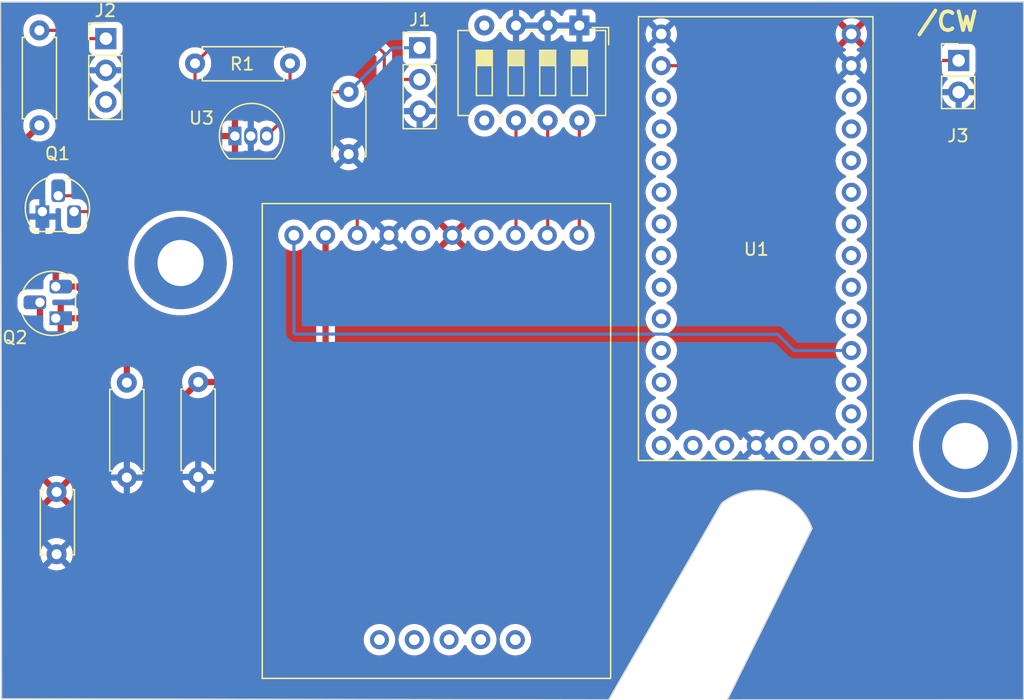
<source format=kicad_pcb>
(kicad_pcb (version 20221018) (generator pcbnew)
  (layers (0 "F.Cu" signal) (31 "B.Cu" signal) (34 "B.Paste" user) (35 "F.Paste" user) (36 "B.SilkS" user "B.Silkscreen") (37 "F.SilkS" user "F.Silkscreen") (38 "B.Mask" user) (39 "F.Mask" user) (44 "Edge.Cuts" user))
  (net 0 "")
  (net 1 "+5V")
  (net 2 "GND")
  (net 3 "+9V")
  (net 4 "Net-(J1-Pin_2)")
  (net 5 "Net-(J2-Pin_1)")
  (net 7 "Net-(J3-Pin_1)")
  (net 8 "Net-(Q1-C)")
  (net 9 "Net-(Q2-S)")
  (net 10 "Net-(Q2-G)")
  (net 13 "Net-(U2-Reduction_bit_2)")
  (net 14 "Net-(U2-Reduction_Bit_1)")
  (net 15 "Net-(U2-Reduction_Bit_0)")
  (net 18 "Net-(U1-16_A2_RX4_SCL1)")
  (footprint "" (layer "F.Cu") (at 128.16 86.82)
    (fp_text reference "" (at 0 0) (layer "F.SilkS") (effects (font (size 1.27 1.27))))
    (fp_text value "" (at 0 0) (layer "F.SilkS") (effects (font (size 1.27 1.27))))
    (pad "1" thru_hole circle locked (at 0 0) (size 7.4 7.4) (drill 3.7) (layers "*.Cu" "*.Mask"))
  )
  (footprint "Library:BHI 1901-PCB" (layer "F.Cu") (at 134.71 120.15)
    (fp_text reference "U2" hide)
    (fp_text value "~")
    (fp_rect (start 0 0) (end 27.94 -38.1) (stroke (width 0.12)) (fill none) (layer "F.SilkS"))
    (pad "1" thru_hole circle locked (at 25.4 -35.56) (size 1.524 1.524) (drill 0.86) (layers "*.Cu" "*.Mask") (net 15 "Net-(U2-Reduction_Bit_0)"))
    (pad "2" thru_hole circle locked (at 22.86 -35.56) (size 1.524 1.524) (drill 0.86) (layers "*.Cu" "*.Mask") (net 14 "Net-(U2-Reduction_Bit_1)"))
    (pad "3" thru_hole circle locked (at 20.32 -35.56) (size 1.524 1.524) (drill 0.86) (layers "*.Cu" "*.Mask") (net 13 "Net-(U2-Reduction_bit_2)"))
    (pad "4" thru_hole circle locked (at 17.78 -35.56) (size 1.524 1.524) (drill 0.86) (layers "*.Cu" "*.Mask"))
    (pad "5" thru_hole circle locked (at 15.24 -35.56) (size 1.524 1.524) (drill 0.86) (layers "*.Cu" "*.Mask") (net 1 "+5V"))
    (pad "6" thru_hole circle locked (at 12.7 -35.56) (size 1.524 1.524) (drill 0.86) (layers "*.Cu" "*.Mask"))
    (pad "7" thru_hole circle locked (at 10.16 -35.56) (size 1.524 1.524) (drill 0.86) (layers "*.Cu" "*.Mask") (net 2 "GND"))
    (pad "8" thru_hole circle locked (at 7.62 -35.56) (size 1.524 1.524) (drill 0.86) (layers "*.Cu" "*.Mask") (net 8 "Net-(Q1-C)"))
    (pad "9" thru_hole circle locked (at 5.08 -35.56) (size 1.524 1.524) (drill 0.86) (layers "*.Cu" "*.Mask") (net 9 "Net-(Q2-S)"))
    (pad "10" thru_hole circle locked (at 2.54 -35.56) (size 1.524 1.524) (drill 0.86) (layers "*.Cu" "*.Mask") (net 18 "Net-(U1-16_A2_RX4_SCL1)"))
    (pad "11" thru_hole circle locked (at 9.4 -3.1) (size 1.524 1.524) (drill 0.86) (layers "*.Cu" "*.Mask"))
    (pad "12" thru_hole circle locked (at 12.192 -3.1) (size 1.524 1.524) (drill 0.86) (layers "*.Cu" "*.Mask"))
    (pad "13" thru_hole circle locked (at 14.986 -3.1) (size 1.524 1.524) (drill 0.86) (layers "*.Cu" "*.Mask"))
    (pad "14" thru_hole circle locked (at 17.526 -3.11) (size 1.524 1.524) (drill 0.86) (layers "*.Cu" "*.Mask"))
    (pad "15" thru_hole circle locked (at 20.3 -3.1) (size 1.524 1.524) (drill 0.86) (layers "*.Cu" "*.Mask"))
  )
  (footprint "Connector_PinHeader_2.54mm:PinHeader_1x03_P2.54mm_Vertical" (layer "F.Cu") (at 122.13 68.89)
    (fp_text reference "J2" (at 0 -2.33) (layer "F.SilkS"))
    (fp_text value "To Audio")
    (fp_line (start -1.33 -1.33) (end 0 -1.33) (stroke (width 0.12)) (layer "F.SilkS"))
    (fp_line (start -1.33 0) (end -1.33 -1.33) (stroke (width 0.12)) (layer "F.SilkS"))
    (fp_line (start -1.33 1.27) (end -1.33 6.41) (stroke (width 0.12)) (layer "F.SilkS"))
    (fp_line (start -1.33 1.27) (end 1.33 1.27) (stroke (width 0.12)) (layer "F.SilkS"))
    (fp_line (start -1.33 6.41) (end 1.33 6.41) (stroke (width 0.12)) (layer "F.SilkS"))
    (fp_line (start 1.33 1.27) (end 1.33 6.41) (stroke (width 0.12)) (layer "F.SilkS"))
    (pad "1" thru_hole rect locked (at 0.04 -0.08) (size 1.7 1.7) (drill 1) (layers "*.Cu" "*.Mask") (net 5 "Net-(J2-Pin_1)"))
    (pad "2" thru_hole oval locked (at 0.04 2.46) (size 1.7 1.7) (drill 1) (layers "*.Cu" "*.Mask") (net 2 "GND"))
    (pad "3" thru_hole oval locked (at 0.04 5) (size 1.7 1.7) (drill 1) (layers "*.Cu" "*.Mask"))
  )
  (footprint "Resistor_THT:R_Axial_DIN0207_L6.3mm_D2.5mm_P7.62mm_Horizontal" (layer "F.Cu") (at 136.98 70.83 180)
    (fp_text reference "R1" (at 3.88 -0.02) (layer "F.SilkS"))
    (fp_text value "R_US" hide)
    (fp_line (start 0.54 -1.37) (end 7.08 -1.37) (stroke (width 0.12)) (layer "F.SilkS"))
    (fp_line (start 0.54 -1.04) (end 0.54 -1.37) (stroke (width 0.12)) (layer "F.SilkS"))
    (fp_line (start 0.54 1.04) (end 0.54 1.37) (stroke (width 0.12)) (layer "F.SilkS"))
    (fp_line (start 0.54 1.37) (end 7.08 1.37) (stroke (width 0.12)) (layer "F.SilkS"))
    (fp_line (start 7.08 -1.37) (end 7.08 -1.04) (stroke (width 0.12)) (layer "F.SilkS"))
    (fp_line (start 7.08 1.37) (end 7.08 1.04) (stroke (width 0.12)) (layer "F.SilkS"))
    (pad "1" thru_hole circle locked (at 0.04 0.03 180) (size 1.6 1.6) (drill 0.8) (layers "*.Cu" "*.Mask") (net 3 "+9V"))
    (pad "2" thru_hole oval locked (at 7.66 0.03 180) (size 1.6 1.6) (drill 0.8) (layers "*.Cu" "*.Mask") (net 4 "Net-(J1-Pin_2)"))
  )
  (footprint "Resistor_THT:R_Axial_DIN0207_L6.3mm_D2.5mm_P7.62mm_Horizontal" (layer "F.Cu") (at 129.57 96.39 -90)
    (fp_text reference "R4" hide)
    (fp_text value "R_US" hide)
    (fp_line (start 0.54 -1.37) (end 7.08 -1.37) (stroke (width 0.12)) (layer "F.SilkS"))
    (fp_line (start 0.54 -1.04) (end 0.54 -1.37) (stroke (width 0.12)) (layer "F.SilkS"))
    (fp_line (start 0.54 1.04) (end 0.54 1.37) (stroke (width 0.12)) (layer "F.SilkS"))
    (fp_line (start 0.54 1.37) (end 7.08 1.37) (stroke (width 0.12)) (layer "F.SilkS"))
    (fp_line (start 7.08 -1.37) (end 7.08 -1.04) (stroke (width 0.12)) (layer "F.SilkS"))
    (fp_line (start 7.08 1.37) (end 7.08 1.04) (stroke (width 0.12)) (layer "F.SilkS"))
    (pad "1" thru_hole circle locked (at -0.02 -0.01 270) (size 1.6 1.6) (drill 0.8) (layers "*.Cu" "*.Mask") (net 9 "Net-(Q2-S)"))
    (pad "2" thru_hole oval locked (at 7.6 -0.01 270) (size 1.6 1.6) (drill 0.8) (layers "*.Cu" "*.Mask") (net 2 "GND"))
  )
  (footprint "Package_TO_SOT_THT:TO-92_Inline" (layer "F.Cu") (at 132.6 76.61)
    (fp_text reference "U3" (at -2.76 -1.42) (layer "F.SilkS"))
    (fp_text value "L78L05")
    (fp_line (start -0.53 1.85) (end 3.07 1.85) (stroke (width 0.12)) (layer "F.SilkS"))
    (fp_arc (start -0.568478 1.838478) (mid -1.132087 -0.994977) (end 1.27 -2.6) (stroke (width 0.12)) (layer "F.SilkS"))
    (fp_arc (start 1.27 -2.6) (mid 3.672087 -0.994977) (end 3.108478 1.838478) (stroke (width 0.12)) (layer "F.SilkS"))
    (pad "1" thru_hole rect locked (at -0.08 0.02) (size 1.05 1.5) (drill 0.75) (layers "*.Cu" "*.Mask") (net 1 "+5V"))
    (pad "2" thru_hole oval locked (at 1.19 0.02) (size 1.05 1.5) (drill 0.75) (layers "*.Cu" "*.Mask") (net 2 "GND"))
    (pad "3" thru_hole oval locked (at 2.46 0.02) (size 1.05 1.5) (drill 0.75) (layers "*.Cu" "*.Mask") (net 3 "+9V"))
  )
  (footprint "Resistor_THT:R_Axial_DIN0207_L6.3mm_D2.5mm_P7.62mm_Horizontal" (layer "F.Cu") (at 123.85 96.42 -90)
    (fp_text reference "R2" hide)
    (fp_text value "R_US")
    (fp_line (start 0.54 -1.37) (end 7.08 -1.37) (stroke (width 0.12)) (layer "F.SilkS"))
    (fp_line (start 0.54 -1.04) (end 0.54 -1.37) (stroke (width 0.12)) (layer "F.SilkS"))
    (fp_line (start 0.54 1.04) (end 0.54 1.37) (stroke (width 0.12)) (layer "F.SilkS"))
    (fp_line (start 0.54 1.37) (end 7.08 1.37) (stroke (width 0.12)) (layer "F.SilkS"))
    (fp_line (start 7.08 -1.37) (end 7.08 -1.04) (stroke (width 0.12)) (layer "F.SilkS"))
    (fp_line (start 7.08 1.37) (end 7.08 1.04) (stroke (width 0.12)) (layer "F.SilkS"))
    (pad "1" thru_hole circle locked (at 0 0 270) (size 1.6 1.6) (drill 0.8) (layers "*.Cu" "*.Mask") (net 10 "Net-(Q2-G)"))
    (pad "2" thru_hole oval locked (at 7.62 0 270) (size 1.6 1.6) (drill 0.8) (layers "*.Cu" "*.Mask") (net 2 "GND"))
  )
  (footprint "Package_TO_SOT_THT:TO-92_HandSolder" (layer "F.Cu") (at 117.02 82.44)
    (fp_text reference "Q1" (at 1.27 -4.4) (layer "F.SilkS"))
    (fp_text value "2N3904")
    (fp_line (start -0.53 1.85) (end 3.07 1.85) (stroke (width 0.12)) (layer "F.SilkS"))
    (fp_arc (start -0.541875 1.841741) (mid -1.247231 -0.581764) (end 0.45 -2.45) (stroke (width 0.12)) (layer "F.SilkS"))
    (fp_arc (start 2.05 -2.45) (mid 3.769931 -0.601036) (end 3.078445 1.827684) (stroke (width 0.12)) (layer "F.SilkS"))
    (pad "1" thru_hole rect locked (at 0.06 0.25) (size 1.1 1.8) (drill 0.75 (offset 0 0.4)) (layers "*.Cu" "*.Mask") (net 2 "GND"))
    (pad "2" thru_hole roundrect locked (at 1.33 -1.02) (size 1.1 1.8) (drill 0.75 (offset 0 -0.4)) (layers "*.Cu" "*.Mask") (net 4 "Net-(J1-Pin_2)"))
    (pad "3" thru_hole roundrect locked (at 2.6 0.25) (size 1.1 1.8) (drill 0.75 (offset 0 0.4)) (layers "*.Cu" "*.Mask") (net 8 "Net-(Q1-C)"))
  )
  (footprint "Button_Switch_THT:SW_DIP_SPSTx04_Slide_6.7x11.72mm_W7.62mm_P2.54mm_LowProfile" (layer "F.Cu") (at 160.14 67.76 -90)
    (fp_text reference "SW1" hide)
    (fp_text value "SW_DIP_x04" hide)
    (fp_line (start 0.16 -2.35) (end 0.16 -1.04) (stroke (width 0.12)) (layer "F.SilkS"))
    (fp_line (start 0.16 -2.35) (end 1.543 -2.35) (stroke (width 0.12)) (layer "F.SilkS"))
    (fp_line (start 0.4 -2.11) (end 0.4 -1.04) (stroke (width 0.12)) (layer "F.SilkS"))
    (fp_line (start 0.4 -2.11) (end 7.221 -2.11) (stroke (width 0.12)) (layer "F.SilkS"))
    (fp_line (start 0.4 1.04) (end 0.4 1.551) (stroke (width 0.12)) (layer "F.SilkS"))
    (fp_line (start 0.4 3.53) (end 0.4 4.091) (stroke (width 0.12)) (layer "F.SilkS"))
    (fp_line (start 0.4 6.07) (end 0.4 6.631) (stroke (width 0.12)) (layer "F.SilkS"))
    (fp_line (start 0.4 8.61) (end 0.4 9.73) (stroke (width 0.12)) (layer "F.SilkS"))
    (fp_line (start 0.4 9.73) (end 7.221 9.73) (stroke (width 0.12)) (layer "F.SilkS"))
    (fp_line (start 2 -0.635) (end 2 0.635) (stroke (width 0.12)) (layer "F.SilkS"))
    (fp_line (start 2 -0.515) (end 3.206667 -0.515) (stroke (width 0.12)) (layer "F.SilkS"))
    (fp_line (start 2 -0.395) (end 3.206667 -0.395) (stroke (width 0.12)) (layer "F.SilkS"))
    (fp_line (start 2 -0.275) (end 3.206667 -0.275) (stroke (width 0.12)) (layer "F.SilkS"))
    (fp_line (start 2 -0.155) (end 3.206667 -0.155) (stroke (width 0.12)) (layer "F.SilkS"))
    (fp_line (start 2 -0.035) (end 3.206667 -0.035) (stroke (width 0.12)) (layer "F.SilkS"))
    (fp_line (start 2 0.085) (end 3.206667 0.085) (stroke (width 0.12)) (layer "F.SilkS"))
    (fp_line (start 2 0.205) (end 3.206667 0.205) (stroke (width 0.12)) (layer "F.SilkS"))
    (fp_line (start 2 0.325) (end 3.206667 0.325) (stroke (width 0.12)) (layer "F.SilkS"))
    (fp_line (start 2 0.445) (end 3.206667 0.445) (stroke (width 0.12)) (layer "F.SilkS"))
    (fp_line (start 2 0.565) (end 3.206667 0.565) (stroke (width 0.12)) (layer "F.SilkS"))
    (fp_line (start 2 0.635) (end 5.62 0.635) (stroke (width 0.12)) (layer "F.SilkS"))
    (fp_line (start 2 1.905) (end 2 3.175) (stroke (width 0.12)) (layer "F.SilkS"))
    (fp_line (start 2 2.025) (end 3.206667 2.025) (stroke (width 0.12)) (layer "F.SilkS"))
    (fp_line (start 2 2.145) (end 3.206667 2.145) (stroke (width 0.12)) (layer "F.SilkS"))
    (fp_line (start 2 2.265) (end 3.206667 2.265) (stroke (width 0.12)) (layer "F.SilkS"))
    (fp_line (start 2 2.385) (end 3.206667 2.385) (stroke (width 0.12)) (layer "F.SilkS"))
    (fp_line (start 2 2.505) (end 3.206667 2.505) (stroke (width 0.12)) (layer "F.SilkS"))
    (fp_line (start 2 2.625) (end 3.206667 2.625) (stroke (width 0.12)) (layer "F.SilkS"))
    (fp_line (start 2 2.745) (end 3.206667 2.745) (stroke (width 0.12)) (layer "F.SilkS"))
    (fp_line (start 2 2.865) (end 3.206667 2.865) (stroke (width 0.12)) (layer "F.SilkS"))
    (fp_line (start 2 2.985) (end 3.206667 2.985) (stroke (width 0.12)) (layer "F.SilkS"))
    (fp_line (start 2 3.105) (end 3.206667 3.105) (stroke (width 0.12)) (layer "F.SilkS"))
    (fp_line (start 2 3.175) (end 5.62 3.175) (stroke (width 0.12)) (layer "F.SilkS"))
    (fp_line (start 2 4.445) (end 2 5.715) (stroke (width 0.12)) (layer "F.SilkS"))
    (fp_line (start 2 4.565) (end 3.206667 4.565) (stroke (width 0.12)) (layer "F.SilkS"))
    (fp_line (start 2 4.685) (end 3.206667 4.685) (stroke (width 0.12)) (layer "F.SilkS"))
    (fp_line (start 2 4.805) (end 3.206667 4.805) (stroke (width 0.12)) (layer "F.SilkS"))
    (fp_line (start 2 4.925) (end 3.206667 4.925) (stroke (width 0.12)) (layer "F.SilkS"))
    (fp_line (start 2 5.045) (end 3.206667 5.045) (stroke (width 0.12)) (layer "F.SilkS"))
    (fp_line (start 2 5.165) (end 3.206667 5.165) (stroke (width 0.12)) (layer "F.SilkS"))
    (fp_line (start 2 5.285) (end 3.206667 5.285) (stroke (width 0.12)) (layer "F.SilkS"))
    (fp_line (start 2 5.405) (end 3.206667 5.405) (stroke (width 0.12)) (layer "F.SilkS"))
    (fp_line (start 2 5.525) (end 3.206667 5.525) (stroke (width 0.12)) (layer "F.SilkS"))
    (fp_line (start 2 5.645) (end 3.206667 5.645) (stroke (width 0.12)) (layer "F.SilkS"))
    (fp_line (start 2 5.715) (end 5.62 5.715) (stroke (width 0.12)) (layer "F.SilkS"))
    (fp_line (start 2 6.985) (end 2 8.255) (stroke (width 0.12)) (layer "F.SilkS"))
    (fp_line (start 2 7.105) (end 3.206667 7.105) (stroke (width 0.12)) (layer "F.SilkS"))
    (fp_line (start 2 7.225) (end 3.206667 7.225) (stroke (width 0.12)) (layer "F.SilkS"))
    (fp_line (start 2 7.345) (end 3.206667 7.345) (stroke (width 0.12)) (layer "F.SilkS"))
    (fp_line (start 2 7.465) (end 3.206667 7.465) (stroke (width 0.12)) (layer "F.SilkS"))
    (fp_line (start 2 7.585) (end 3.206667 7.585) (stroke (width 0.12)) (layer "F.SilkS"))
    (fp_line (start 2 7.705) (end 3.206667 7.705) (stroke (width 0.12)) (layer "F.SilkS"))
    (fp_line (start 2 7.825) (end 3.206667 7.825) (stroke (width 0.12)) (layer "F.SilkS"))
    (fp_line (start 2 7.945) (end 3.206667 7.945) (stroke (width 0.12)) (layer "F.SilkS"))
    (fp_line (start 2 8.065) (end 3.206667 8.065) (stroke (width 0.12)) (layer "F.SilkS"))
    (fp_line (start 2 8.185) (end 3.206667 8.185) (stroke (width 0.12)) (layer "F.SilkS"))
    (fp_line (start 2 8.255) (end 5.62 8.255) (stroke (width 0.12)) (layer "F.SilkS"))
    (fp_line (start 3.206667 -0.635) (end 3.206667 0.635) (stroke (width 0.12)) (layer "F.SilkS"))
    (fp_line (start 3.206667 1.905) (end 3.206667 3.175) (stroke (width 0.12)) (layer "F.SilkS"))
    (fp_line (start 3.206667 4.445) (end 3.206667 5.715) (stroke (width 0.12)) (layer "F.SilkS"))
    (fp_line (start 3.206667 6.985) (end 3.206667 8.255) (stroke (width 0.12)) (layer "F.SilkS"))
    (fp_line (start 5.62 -0.635) (end 2 -0.635) (stroke (width 0.12)) (layer "F.SilkS"))
    (fp_line (start 5.62 0.635) (end 5.62 -0.635) (stroke (width 0.12)) (layer "F.SilkS"))
    (fp_line (start 5.62 1.905) (end 2 1.905) (stroke (width 0.12)) (layer "F.SilkS"))
    (fp_line (start 5.62 3.175) (end 5.62 1.905) (stroke (width 0.12)) (layer "F.SilkS"))
    (fp_line (start 5.62 4.445) (end 2 4.445) (stroke (width 0.12)) (layer "F.SilkS"))
    (fp_line (start 5.62 5.715) (end 5.62 4.445) (stroke (width 0.12)) (layer "F.SilkS"))
    (fp_line (start 5.62 6.985) (end 2 6.985) (stroke (width 0.12)) (layer "F.SilkS"))
    (fp_line (start 5.62 8.255) (end 5.62 6.985) (stroke (width 0.12)) (layer "F.SilkS"))
    (fp_line (start 7.221 -2.11) (end 7.221 -0.99) (stroke (width 0.12)) (layer "F.SilkS"))
    (fp_line (start 7.221 0.99) (end 7.221 1.551) (stroke (width 0.12)) (layer "F.SilkS"))
    (fp_line (start 7.221 3.53) (end 7.221 4.091) (stroke (width 0.12)) (layer "F.SilkS"))
    (fp_line (start 7.221 6.07) (end 7.221 6.631) (stroke (width 0.12)) (layer "F.SilkS"))
    (fp_line (start 7.221 8.61) (end 7.221 9.73) (stroke (width 0.12)) (layer "F.SilkS"))
    (pad "1" thru_hole rect locked (at 0 0 270) (size 1.6 1.6) (drill 0.8) (layers "*.Cu" "*.Mask") (net 2 "GND"))
    (pad "2" thru_hole oval locked (at 0 2.54 270) (size 1.6 1.6) (drill 0.8) (layers "*.Cu" "*.Mask") (net 2 "GND"))
    (pad "3" thru_hole oval locked (at 0 5.08 270) (size 1.6 1.6) (drill 0.8) (layers "*.Cu" "*.Mask") (net 2 "GND"))
    (pad "4" thru_hole oval locked (at 0 7.62 270) (size 1.6 1.6) (drill 0.8) (layers "*.Cu" "*.Mask"))
    (pad "5" thru_hole oval locked (at 7.62 7.62 270) (size 1.6 1.6) (drill 0.8) (layers "*.Cu" "*.Mask"))
    (pad "6" thru_hole oval locked (at 7.62 5.08 270) (size 1.6 1.6) (drill 0.8) (layers "*.Cu" "*.Mask") (net 13 "Net-(U2-Reduction_bit_2)"))
    (pad "7" thru_hole oval locked (at 7.62 2.54 270) (size 1.6 1.6) (drill 0.8) (layers "*.Cu" "*.Mask") (net 14 "Net-(U2-Reduction_Bit_1)"))
    (pad "8" thru_hole oval locked (at 7.62 0 270) (size 1.6 1.6) (drill 0.8) (layers "*.Cu" "*.Mask") (net 15 "Net-(U2-Reduction_Bit_0)"))
  )
  (footprint "Resistor_THT:R_Axial_DIN0207_L6.3mm_D2.5mm_P7.62mm_Horizontal" (layer "F.Cu") (at 116.84 68.17 -90)
    (fp_text reference "R3" hide)
    (fp_text value "R_US" hide)
    (fp_line (start 0.54 -1.37) (end 7.08 -1.37) (stroke (width 0.12)) (layer "F.SilkS"))
    (fp_line (start 0.54 -1.04) (end 0.54 -1.37) (stroke (width 0.12)) (layer "F.SilkS"))
    (fp_line (start 0.54 1.04) (end 0.54 1.37) (stroke (width 0.12)) (layer "F.SilkS"))
    (fp_line (start 0.54 1.37) (end 7.08 1.37) (stroke (width 0.12)) (layer "F.SilkS"))
    (fp_line (start 7.08 -1.37) (end 7.08 -1.04) (stroke (width 0.12)) (layer "F.SilkS"))
    (fp_line (start 7.08 1.37) (end 7.08 1.04) (stroke (width 0.12)) (layer "F.SilkS"))
    (pad "1" thru_hole circle locked (at -0.02 0 270) (size 1.6 1.6) (drill 0.8) (layers "*.Cu" "*.Mask") (net 5 "Net-(J2-Pin_1)"))
    (pad "2" thru_hole oval locked (at 7.6 0 270) (size 1.6 1.6) (drill 0.8) (layers "*.Cu" "*.Mask") (net 10 "Net-(Q2-G)"))
  )
  (footprint "Connector_PinHeader_2.54mm:PinHeader_1x02_P2.54mm_Vertical" (layer "F.Cu") (at 190.518 70.556)
    (fp_text reference "J3" (at -0.018 6.054) (layer "F.SilkS"))
    (fp_text value "Conn_01x02_Pin" hide)
    (fp_line (start -1.33 -1.33) (end 0 -1.33) (stroke (width 0.12)) (layer "F.SilkS"))
    (fp_line (start -1.33 0) (end -1.33 -1.33) (stroke (width 0.12)) (layer "F.SilkS"))
    (fp_line (start -1.33 1.27) (end -1.33 3.87) (stroke (width 0.12)) (layer "F.SilkS"))
    (fp_line (start -1.33 1.27) (end 1.33 1.27) (stroke (width 0.12)) (layer "F.SilkS"))
    (fp_line (start -1.33 3.87) (end 1.33 3.87) (stroke (width 0.12)) (layer "F.SilkS"))
    (fp_line (start 1.33 1.27) (end 1.33 3.87) (stroke (width 0.12)) (layer "F.SilkS"))
    (pad "1" thru_hole rect locked (at 0.04 0.01) (size 1.7 1.7) (drill 1) (layers "*.Cu" "*.Mask") (net 7 "Net-(J3-Pin_1)"))
    (pad "2" thru_hole oval locked (at 0.04 2.55) (size 1.7 1.7) (drill 1) (layers "*.Cu" "*.Mask") (net 2 "GND"))
  )
  (footprint "MountingHole:MountingHole_3.7mm_Pad" (layer "F.Cu") (at 191.085 101.5)
    (fp_text reference "REF**" hide)
    (fp_text value "MountingHole_3.7mm_Pad" hide)
    (pad "1" thru_hole circle locked (at 0 0) (size 7.4 7.4) (drill 3.7) (layers "*.Cu" "*.Mask"))
  )
  (footprint "Capacitor_THT:C_Disc_D5.0mm_W2.5mm_P5.00mm" (layer "F.Cu") (at 118.28 105.13 -90)
    (fp_text reference "C1" hide)
    (fp_text value "C" hide)
    (fp_line (start -0.12 -1.37) (end -0.12 -1.055) (stroke (width 0.12)) (layer "F.SilkS"))
    (fp_line (start -0.12 -1.37) (end 5.12 -1.37) (stroke (width 0.12)) (layer "F.SilkS"))
    (fp_line (start -0.12 1.055) (end -0.12 1.37) (stroke (width 0.12)) (layer "F.SilkS"))
    (fp_line (start -0.12 1.37) (end 5.12 1.37) (stroke (width 0.12)) (layer "F.SilkS"))
    (fp_line (start 5.12 -1.37) (end 5.12 -1.055) (stroke (width 0.12)) (layer "F.SilkS"))
    (fp_line (start 5.12 1.055) (end 5.12 1.37) (stroke (width 0.12)) (layer "F.SilkS"))
    (pad "1" thru_hole circle locked (at 0.06 0.06 270) (size 1.6 1.6) (drill 0.8) (layers "*.Cu" "*.Mask") (net 1 "+5V"))
    (pad "2" thru_hole circle locked (at 5.06 0.06 270) (size 1.6 1.6) (drill 0.8) (layers "*.Cu" "*.Mask") (net 2 "GND"))
  )
  (footprint "Connector_PinHeader_2.54mm:PinHeader_1x03_P2.54mm_Vertical" (layer "F.Cu") (at 147.34 69.63)
    (fp_text reference "J1" (at 0 -2.33) (layer "F.SilkS"))
    (fp_text value "To NB Socket" hide)
    (fp_line (start -1.33 -1.33) (end 0 -1.33) (stroke (width 0.12)) (layer "F.SilkS"))
    (fp_line (start -1.33 0) (end -1.33 -1.33) (stroke (width 0.12)) (layer "F.SilkS"))
    (fp_line (start -1.33 1.27) (end -1.33 6.41) (stroke (width 0.12)) (layer "F.SilkS"))
    (fp_line (start -1.33 1.27) (end 1.33 1.27) (stroke (width 0.12)) (layer "F.SilkS"))
    (fp_line (start -1.33 6.41) (end 1.33 6.41) (stroke (width 0.12)) (layer "F.SilkS"))
    (fp_line (start 1.33 1.27) (end 1.33 6.41) (stroke (width 0.12)) (layer "F.SilkS"))
    (pad "1" thru_hole rect locked (at -0.01 -0.08) (size 1.7 1.7) (drill 1) (layers "*.Cu" "*.Mask") (net 3 "+9V"))
    (pad "2" thru_hole oval locked (at -0.01 2.46) (size 1.7 1.7) (drill 1) (layers "*.Cu" "*.Mask") (net 4 "Net-(J1-Pin_2)"))
    (pad "3" thru_hole oval locked (at -0.01 5) (size 1.7 1.7) (drill 1) (layers "*.Cu" "*.Mask") (net 2 "GND"))
  )
  (footprint "Package_TO_SOT_THT:TO-92_HandSolder" (layer "F.Cu") (at 117.89 91.32 90)
    (fp_text reference "Q2" (at -1.48 -3.01 180) (layer "F.SilkS"))
    (fp_text value "Q_NJFET_DSG" hide)
    (fp_line (start -0.53 1.85) (end 3.07 1.85) (stroke (width 0.12)) (layer "F.SilkS"))
    (fp_arc (start -0.541875 1.841741) (mid -1.247231 -0.581764) (end 0.45 -2.45) (stroke (width 0.12)) (layer "F.SilkS"))
    (fp_arc (start 2.05 -2.45) (mid 3.769931 -0.601036) (end 3.078445 1.827684) (stroke (width 0.12)) (layer "F.SilkS"))
    (pad "1" thru_hole rect locked (at 0.07 0.26 90) (size 1.1 1.8) (drill 0.75 (offset 0 0.4)) (layers "*.Cu" "*.Mask") (net 1 "+5V"))
    (pad "2" thru_hole roundrect locked (at 1.34 -1.01 90) (size 1.1 1.8) (drill 0.75 (offset 0 -0.4)) (layers "*.Cu" "*.Mask") (net 9 "Net-(Q2-S)"))
    (pad "3" thru_hole roundrect locked (at 2.61 0.26 90) (size 1.1 1.8) (drill 0.75 (offset 0 0.4)) (layers "*.Cu" "*.Mask") (net 10 "Net-(Q2-G)"))
  )
  (footprint "Capacitor_THT:C_Disc_D5.0mm_W2.5mm_P5.00mm" (layer "F.Cu") (at 141.66 73.16 -90)
    (fp_text reference "C2" hide)
    (fp_text value "C" hide)
    (fp_line (start -0.12 -1.37) (end -0.12 -1.055) (stroke (width 0.12)) (layer "F.SilkS"))
    (fp_line (start -0.12 -1.37) (end 5.12 -1.37) (stroke (width 0.12)) (layer "F.SilkS"))
    (fp_line (start -0.12 1.055) (end -0.12 1.37) (stroke (width 0.12)) (layer "F.SilkS"))
    (fp_line (start -0.12 1.37) (end 5.12 1.37) (stroke (width 0.12)) (layer "F.SilkS"))
    (fp_line (start 5.12 -1.37) (end 5.12 -1.055) (stroke (width 0.12)) (layer "F.SilkS"))
    (fp_line (start 5.12 1.055) (end 5.12 1.37) (stroke (width 0.12)) (layer "F.SilkS"))
    (pad "1" thru_hole circle locked (at -0.08 0.02 270) (size 1.6 1.6) (drill 0.8) (layers "*.Cu" "*.Mask") (net 3 "+9V"))
    (pad "2" thru_hole circle locked (at 4.92 0.02 270) (size 1.6 1.6) (drill 0.8) (layers "*.Cu" "*.Mask") (net 2 "GND"))
  )
  (footprint "Library:Teensy 4.0" (layer "F.Cu") (at 171.79 83.68)
    (fp_text reference "U1" (at 2.54 2.04 unlocked) (layer "F.SilkS"))
    (fp_text value "Teensy4.0")
    (fp_rect (start -6.91 -16.63) (end 11.9 18.99) (stroke (width 0.12)) (fill none) (layer "F.SilkS"))
    (pad "1" thru_hole circle locked (at -5.08 -15.24) (size 1.524 1.524) (drill 0.86) (layers "*.Cu" "*.Mask") (net 2 "GND"))
    (pad "2" thru_hole circle locked (at -5.08 -12.7) (size 1.524 1.524) (drill 0.86) (layers "*.Cu" "*.Mask") (net 7 "Net-(J3-Pin_1)"))
    (pad "3" thru_hole circle locked (at -5.08 -10.16) (size 1.524 1.524) (drill 0.86) (layers "*.Cu" "*.Mask"))
    (pad "4" thru_hole circle locked (at -5.08 -7.62) (size 1.524 1.524) (drill 0.86) (layers "*.Cu" "*.Mask"))
    (pad "5" thru_hole circle locked (at -5.08 -5.08) (size 1.524 1.524) (drill 0.86) (layers "*.Cu" "*.Mask"))
    (pad "6" thru_hole circle locked (at -5.08 -2.54) (size 1.524 1.524) (drill 0.86) (layers "*.Cu" "*.Mask"))
    (pad "7" thru_hole circle locked (at -5.08 0) (size 1.524 1.524) (drill 0.86) (layers "*.Cu" "*.Mask"))
    (pad "8" thru_hole circle locked (at -5.08 2.54) (size 1.524 1.524) (drill 0.86) (layers "*.Cu" "*.Mask"))
    (pad "9" thru_hole circle locked (at -5.08 5.08) (size 1.524 1.524) (drill 0.86) (layers "*.Cu" "*.Mask"))
    (pad "10" thru_hole circle locked (at -5.08 7.62) (size 1.524 1.524) (drill 0.86) (layers "*.Cu" "*.Mask"))
    (pad "11" thru_hole circle locked (at -5.08 10.16) (size 1.524 1.524) (drill 0.86) (layers "*.Cu" "*.Mask"))
    (pad "12" thru_hole circle locked (at -5.08 12.7) (size 1.524 1.524) (drill 0.86) (layers "*.Cu" "*.Mask"))
    (pad "13" thru_hole circle locked (at -5.08 15.24) (size 1.524 1.524) (drill 0.86) (layers "*.Cu" "*.Mask"))
    (pad "14" thru_hole circle locked (at -5.08 17.78) (size 1.524 1.524) (drill 0.86) (layers "*.Cu" "*.Mask"))
    (pad "15" thru_hole circle locked (at -2.54 17.78) (size 1.524 1.524) (drill 0.86) (layers "*.Cu" "*.Mask"))
    (pad "16" thru_hole circle locked (at 0 17.78) (size 1.524 1.524) (drill 0.86) (layers "*.Cu" "*.Mask"))
    (pad "17" thru_hole circle locked (at 2.54 17.78) (size 1.524 1.524) (drill 0.86) (layers "*.Cu" "*.Mask") (net 2 "GND"))
    (pad "18" thru_hole circle locked (at 5.08 17.78) (size 1.524 1.524) (drill 0.86) (layers "*.Cu" "*.Mask"))
    (pad "19" thru_hole circle locked (at 7.62 17.78) (size 1.524 1.524) (drill 0.86) (layers "*.Cu" "*.Mask"))
    (pad "20" thru_hole circle locked (at 10.16 17.78) (size 1.524 1.524) (drill 0.86) (layers "*.Cu" "*.Mask"))
    (pad "21" thru_hole circle locked (at 10.16 15.24) (size 1.524 1.524) (drill 0.86) (layers "*.Cu" "*.Mask"))
    (pad "22" thru_hole circle locked (at 10.16 12.7) (size 1.524 1.524) (drill 0.86) (layers "*.Cu" "*.Mask"))
    (pad "23" thru_hole circle locked (at 10.16 10.16) (size 1.524 1.524) (drill 0.86) (layers "*.Cu" "*.Mask") (net 18 "Net-(U1-16_A2_RX4_SCL1)"))
    (pad "24" thru_hole circle locked (at 10.16 7.62) (size 1.524 1.524) (drill 0.86) (layers "*.Cu" "*.Mask"))
    (pad "25" thru_hole circle locked (at 10.16 5.08) (size 1.524 1.524) (drill 0.86) (layers "*.Cu" "*.Mask"))
    (pad "26" thru_hole circle locked (at 10.16 2.54) (size 1.524 1.524) (drill 0.86) (layers "*.Cu" "*.Mask"))
    (pad "27" thru_hole circle locked (at 10.16 0) (size 1.524 1.524) (drill 0.86) (layers "*.Cu" "*.Mask"))
    (pad "28" thru_hole circle locked (at 10.16 -2.54) (size 1.524 1.524) (drill 0.86) (layers "*.Cu" "*.Mask"))
    (pad "29" thru_hole circle locked (at 10.16 -5.08) (size 1.524 1.524) (drill 0.86) (layers "*.Cu" "*.Mask"))
    (pad "30" thru_hole circle locked (at 10.16 -7.62) (size 1.524 1.524) (drill 0.86) (layers "*.Cu" "*.Mask"))
    (pad "31" thru_hole circle locked (at 10.16 -10.16) (size 1.524 1.524) (drill 0.86) (layers "*.Cu" "*.Mask"))
    (pad "32" thru_hole circle locked (at 10.16 -12.7) (size 1.524 1.524) (drill 0.86) (layers "*.Cu" "*.Mask") (net 2 "GND"))
    (pad "33" thru_hole circle locked (at 10.16 -15.24) (size 1.524 1.524) (drill 0.86) (layers "*.Cu" "*.Mask") (net 1 "+5V"))
  )
  (gr_line locked (start 178.808264 108.120928) (end 172.016 121.864) (stroke (width 0.1)) (layer "Edge.Cuts"))
  (gr_line locked (start 195.76 121.86) (end 195.76 65.86) (stroke (width 0.1)) (layer "Edge.Cuts"))
  (gr_line locked (start 195.76 65.86) (end 113.73 65.87) (stroke (width 0.1)) (layer "Edge.Cuts"))
  (gr_line locked (start 172.016 121.864) (end 195.76 121.86) (stroke (width 0.1)) (layer "Edge.Cuts"))
  (gr_line locked (start 162.491 121.864) (end 171.542458 106.101932) (stroke (width 0.1)) (layer "Edge.Cuts"))
  (gr_line locked (start 113.81 121.79) (end 162.491 121.864) (stroke (width 0.1)) (layer "Edge.Cuts"))
  (gr_line locked (start 113.73 65.87) (end 113.81 121.79) (stroke (width 0.1)) (layer "Edge.Cuts"))
  (gr_arc locked (start 171.542458 106.101932) (mid 175.699002 105.227006) (end 178.808264 108.120928) (stroke (width 0.1)) (layer "Edge.Cuts"))
  (gr_text "/CW" (at 187.07 68.32) (layer "F.SilkS") (effects (font (size 1.5 1.5) (thickness 0.3) bold) (justify left bottom)))
  (segment (start 136.94 74.75) (end 138.61 73.08) (width 0.25) (layer "F.Cu") (net 3))
  (segment (start 138.61 73.08) (end 141.64 73.08) (width 0.25) (layer "F.Cu") (net 3))
  (segment (start 136.94 70.8) (end 136.94 74.75) (width 0.25) (layer "F.Cu") (net 3))
  (segment (start 136.94 74.75) (end 135.06 76.63) (width 0.25) (layer "F.Cu") (net 3))
  (segment (start 145.26 69.55) (end 147.33 69.55) (width 0.25) (layer "B.Cu") (net 3))
  (segment (start 141.64 73.08) (end 145.16 69.56) (width 0.25) (layer "B.Cu") (net 3))
  (segment (start 145.25 69.56) (end 145.26 69.55) (width 0.25) (layer "B.Cu") (net 3))
  (segment (start 145.16 69.56) (end 145.25 69.56) (width 0.25) (layer "B.Cu") (net 3))
  (segment (start 121.22 81.42) (end 129.32 73.32) (width 0.25) (layer "F.Cu") (net 4))
  (segment (start 131.63 68.36) (end 142.86 68.36) (width 0.25) (layer "F.Cu") (net 4))
  (segment (start 129.32 73.32) (end 129.32 70.8) (width 0.25) (layer "F.Cu") (net 4))
  (segment (start 144.5 70) (end 144.5 72.04) (width 0.25) (layer "F.Cu") (net 4))
  (segment (start 131.63 68.49) (end 131.63 68.36) (width 0.25) (layer "F.Cu") (net 4))
  (segment (start 144.55 72.09) (end 147.33 72.09) (width 0.25) (layer "F.Cu") (net 4))
  (segment (start 129.32 70.8) (end 131.63 68.49) (width 0.25) (layer "F.Cu") (net 4))
  (segment (start 118.35 81.42) (end 121.22 81.42) (width 0.25) (layer "F.Cu") (net 4))
  (segment (start 144.5 72.04) (end 144.55 72.09) (width 0.25) (layer "F.Cu") (net 4))
  (segment (start 142.86 68.36) (end 144.5 70) (width 0.25) (layer "F.Cu") (net 4))
  (segment (start 119.71 68.81) (end 122.17 68.81) (width 0.25) (layer "F.Cu") (net 5))
  (segment (start 116.84 68.15) (end 119.05 68.15) (width 0.25) (layer "F.Cu") (net 5))
  (segment (start 119.05 68.15) (end 119.71 68.81) (width 0.25) (layer "F.Cu") (net 5))
  (segment (start 186.276 70.566) (end 186.18 70.47) (width 0.25) (layer "F.Cu") (net 7))
  (segment (start 186.29 66.51) (end 176.86 66.51) (width 0.25) (layer "F.Cu") (net 7))
  (segment (start 172.23 70.98) (end 166.71 70.98) (width 0.25) (layer "F.Cu") (net 7))
  (segment (start 186.18 70.47) (end 186.18 66.62) (width 0.25) (layer "F.Cu") (net 7))
  (segment (start 176.86 66.51) (end 176.7 66.51) (width 0.25) (layer "F.Cu") (net 7))
  (segment (start 176.7 66.51) (end 172.23 70.98) (width 0.25) (layer "F.Cu") (net 7))
  (segment (start 190.558 70.566) (end 186.276 70.566) (width 0.25) (layer "F.Cu") (net 7))
  (segment (start 186.18 66.62) (end 186.29 66.51) (width 0.25) (layer "F.Cu") (net 7))
  (segment (start 142.33 84.59) (end 142.33 81.05) (width 0.25) (layer "F.Cu") (net 8))
  (segment (start 123.15 81.01) (end 121.47 82.69) (width 0.25) (layer "F.Cu") (net 8))
  (segment (start 142.33 81.05) (end 142.37 81.01) (width 0.25) (layer "F.Cu") (net 8))
  (segment (start 121.47 82.69) (end 119.62 82.69) (width 0.25) (layer "F.Cu") (net 8))
  (segment (start 142.37 81.01) (end 123.15 81.01) (width 0.25) (layer "F.Cu") (net 8))
  (segment (start 137.87 96.37) (end 139.79 94.45) (width 0.5) (layer "F.Cu") (net 9))
  (segment locked (start 125.98 99.97) (end 125.93 99.97) (width 0.5) (layer "F.Cu") (net 9))
  (segment locked (start 116.96 95.95) (end 116.96 92.21) (width 0.5) (layer "F.Cu") (net 9))
  (segment locked (start 116.96 92.21) (end 116.88 92.13) (width 0.5) (layer "F.Cu") (net 9))
  (segment locked (start 129.58 96.37) (end 125.98 99.97) (width 0.5) (layer "F.Cu") (net 9))
  (segment locked (start 116.88 92.13) (end 116.88 89.98) (width 0.5) (layer "F.Cu") (net 9))
  (segment locked (start 117.66 96.65) (end 116.96 95.95) (width 0.5) (layer "F.Cu") (net 9))
  (segment locked (start 125.93 99.97) (end 125.92 99.98) (width 0.5) (layer "F.Cu") (net 9))
  (segment locked (start 125.92 99.98) (end 121.01 99.98) (width 0.5) (layer "F.Cu") (net 9))
  (segment (start 129.58 96.37) (end 137.87 96.37) (width 0.5) (layer "F.Cu") (net 9))
  (segment locked (start 121.01 99.98) (end 117.65 96.62) (width 0.5) (layer "F.Cu") (net 9))
  (segment (start 139.79 94.45) (end 139.79 84.59) (width 0.5) (layer "F.Cu") (net 9))
  (segment (start 114.85 86.48) (end 114.85 77.79) (width 0.5) (layer "F.Cu") (net 10))
  (segment locked (start 119.9 88.71) (end 118.15 88.71) (width 0.5) (layer "F.Cu") (net 10))
  (segment (start 114.88 86.51) (end 114.85 86.48) (width 0.5) (layer "F.Cu") (net 10))
  (segment (start 118.15 86.51) (end 114.88 86.51) (width 0.5) (layer "F.Cu") (net 10))
  (segment (start 114.85 77.79) (end 114.95 77.69) (width 0.5) (layer "F.Cu") (net 10))
  (segment locked (start 118.15 88.71) (end 118.15 86.51) (width 0.5) (layer "F.Cu") (net 10))
  (segment locked (start 123.85 92.66) (end 119.9 88.71) (width 0.5) (layer "F.Cu") (net 10))
  (segment locked (start 123.85 96.42) (end 123.85 92.66) (width 0.5) (layer "F.Cu") (net 10))
  (segment (start 114.95 77.66) (end 116.84 75.77) (width 0.5) (layer "F.Cu") (net 10))
  (segment (start 114.95 77.69) (end 114.95 77.66) (width 0.5) (layer "F.Cu") (net 10))
  (segment (start 155.06 84.56) (end 155.03 84.59) (width 0.25) (layer "F.Cu") (net 13))
  (segment (start 155.06 75.38) (end 155.06 84.56) (width 0.25) (layer "F.Cu") (net 13))
  (segment (start 157.6 84.56) (end 157.57 84.59) (width 0.25) (layer "F.Cu") (net 14))
  (segment (start 157.6 75.38) (end 157.6 84.56) (width 0.25) (layer "F.Cu") (net 14))
  (segment (start 160.14 84.56) (end 160.11 84.59) (width 0.25) (layer "F.Cu") (net 15))
  (segment (start 160.14 75.38) (end 160.14 84.56) (width 0.25) (layer "F.Cu") (net 15))
  (segment (start 176.05 92.54) (end 177.35 93.84) (width 0.25) (layer "B.Cu") (net 18))
  (segment (start 137.25 92.4) (end 137.37 92.52) (width 0.25) (layer "B.Cu") (net 18))
  (segment (start 177.35 93.84) (end 181.95 93.84) (width 0.25) (layer "B.Cu") (net 18))
  (segment (start 166.927251 92.52) (end 166.947251 92.54) (width 0.25) (layer "B.Cu") (net 18))
  (segment (start 137.37 92.52) (end 166.927251 92.52) (width 0.25) (layer "B.Cu") (net 18))
  (segment (start 137.25 84.59) (end 137.25 92.4) (width 0.25) (layer "B.Cu") (net 18))
  (segment (start 166.947251 92.54) (end 176.05 92.54) (width 0.25) (layer "B.Cu") (net 18))
  (zone locked (net 1) (net_name "+5V") (layer "F.Cu") (connect_pads (clearance 0.5)) (min_thickness 0.25) (fill yes (thermal_gap 0.5) (thermal_bridge_width 0.5))
    (polygon (pts (xy 113.74 65.87) (xy 113.83 121.78) (xy 162.48 121.86) (xy 171.54 106.11) (xy 171.89 105.84) (xy 172.26 105.62) (xy 172.59 105.46) (xy 173.07 105.28) (xy 173.57 105.15) (xy 174.18 105.08) (xy 174.84 105.07) (xy 175.73 105.25) (xy 176.51 105.53) (xy 177.33 106.07) (xy 177.89 106.59) (xy 178.22 106.99) (xy 178.41 107.29) (xy 178.64 107.71) (xy 178.8 108.1) (xy 172.03 121.85) (xy 195.76 121.86) (xy 195.76 65.87)))
  )
  (zone locked (net 2) (net_name "GND") (layer "B.Cu") (priority 1) (connect_pads (clearance 0.5)) (min_thickness 0.25) (fill yes (thermal_gap 0.5) (thermal_bridge_width 0.5))
    (polygon (pts (xy 113.73 65.86) (xy 113.76 121.84) (xy 162.5 121.86) (xy 171.54 106.08) (xy 172.24 105.63) (xy 172.6 105.44) (xy 173.14 105.25) (xy 173.66 105.13) (xy 174.42 105.06) (xy 175.07 105.09) (xy 175.6 105.19) (xy 176.12 105.37) (xy 176.6 105.58) (xy 176.98 105.81) (xy 177.35 106.06) (xy 177.58 106.27) (xy 177.85 106.53) (xy 178.16 106.9) (xy 178.44 107.31) (xy 178.73 107.87) (xy 178.82 108.11) (xy 172.03 121.86) (xy 195.76 121.87) (xy 195.76 65.86)))
  )
)
</source>
